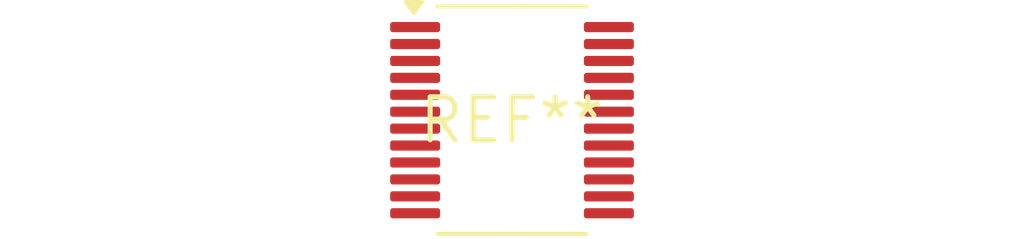
<source format=kicad_pcb>
(kicad_pcb (version 20240108) (generator pcbnew)
  (layers (0 "F.Cu" signal) (31 "B.Cu" signal) (34 "B.Paste" user) (35 "F.Paste" user) (36 "B.SilkS" user "B.Silkscreen") (37 "F.SilkS" user "F.Silkscreen") (38 "B.Mask" user) (39 "F.Mask" user) (44 "Edge.Cuts" user))
  (net 0 "")
  (footprint "TSSOP-24_4.4x6.5mm_P0.5mm" (layer "F.Cu") (at 0 0)
    (property "Reference" "REF**")
    (property "Value" "TSSOP-24_4.4x6.5mm_P0.5mm")
    (fp_line (start 0 -3.36) (end -2.2 -3.36) (layer "F.SilkS") (stroke (width 0.12)))
    (fp_line (start 0 -3.36) (end 2.2 -3.36) (layer "F.SilkS") (stroke (width 0.12)))
    (fp_line (start 0 3.36) (end -2.2 3.36) (layer "F.SilkS") (stroke (width 0.12)))
    (fp_line (start 0 3.36) (end 2.2 3.36) (layer "F.SilkS") (stroke (width 0.12)))
    (fp_poly (pts (xy -2.9 -3.16) (xy -3.14 -3.49) (xy -2.66 -3.49) (xy -2.9 -3.16)) (layer "F.SilkS") (stroke (width 0.12)) (fill solid))
    (pad "1" smd roundrect (at -2.8625 -2.75) (size 1.475 0.3) (layers "F.Cu" "F.Paste" "F.Mask"))
    (pad "2" smd roundrect (at -2.8625 -2.25) (size 1.475 0.3) (layers "F.Cu" "F.Paste" "F.Mask"))
    (pad "3" smd roundrect (at -2.8625 -1.75) (size 1.475 0.3) (layers "F.Cu" "F.Paste" "F.Mask"))
    (pad "4" smd roundrect (at -2.8625 -1.25) (size 1.475 0.3) (layers "F.Cu" "F.Paste" "F.Mask"))
    (pad "5" smd roundrect (at -2.8625 -0.75) (size 1.475 0.3) (layers "F.Cu" "F.Paste" "F.Mask"))
    (pad "6" smd roundrect (at -2.8625 -0.25) (size 1.475 0.3) (layers "F.Cu" "F.Paste" "F.Mask"))
    (pad "7" smd roundrect (at -2.8625 0.25) (size 1.475 0.3) (layers "F.Cu" "F.Paste" "F.Mask"))
    (pad "8" smd roundrect (at -2.8625 0.75) (size 1.475 0.3) (layers "F.Cu" "F.Paste" "F.Mask"))
    (pad "9" smd roundrect (at -2.8625 1.25) (size 1.475 0.3) (layers "F.Cu" "F.Paste" "F.Mask"))
    (pad "10" smd roundrect (at -2.8625 1.75) (size 1.475 0.3) (layers "F.Cu" "F.Paste" "F.Mask"))
    (pad "11" smd roundrect (at -2.8625 2.25) (size 1.475 0.3) (layers "F.Cu" "F.Paste" "F.Mask"))
    (pad "12" smd roundrect (at -2.8625 2.75) (size 1.475 0.3) (layers "F.Cu" "F.Paste" "F.Mask"))
    (pad "13" smd roundrect (at 2.8625 2.75) (size 1.475 0.3) (layers "F.Cu" "F.Paste" "F.Mask"))
    (pad "14" smd roundrect (at 2.8625 2.25) (size 1.475 0.3) (layers "F.Cu" "F.Paste" "F.Mask"))
    (pad "15" smd roundrect (at 2.8625 1.75) (size 1.475 0.3) (layers "F.Cu" "F.Paste" "F.Mask"))
    (pad "16" smd roundrect (at 2.8625 1.25) (size 1.475 0.3) (layers "F.Cu" "F.Paste" "F.Mask"))
    (pad "17" smd roundrect (at 2.8625 0.75) (size 1.475 0.3) (layers "F.Cu" "F.Paste" "F.Mask"))
    (pad "18" smd roundrect (at 2.8625 0.25) (size 1.475 0.3) (layers "F.Cu" "F.Paste" "F.Mask"))
    (pad "19" smd roundrect (at 2.8625 -0.25) (size 1.475 0.3) (layers "F.Cu" "F.Paste" "F.Mask"))
    (pad "20" smd roundrect (at 2.8625 -0.75) (size 1.475 0.3) (layers "F.Cu" "F.Paste" "F.Mask"))
    (pad "21" smd roundrect (at 2.8625 -1.25) (size 1.475 0.3) (layers "F.Cu" "F.Paste" "F.Mask"))
    (pad "22" smd roundrect (at 2.8625 -1.75) (size 1.475 0.3) (layers "F.Cu" "F.Paste" "F.Mask"))
    (pad "23" smd roundrect (at 2.8625 -2.25) (size 1.475 0.3) (layers "F.Cu" "F.Paste" "F.Mask"))
    (pad "24" smd roundrect (at 2.8625 -2.75) (size 1.475 0.3) (layers "F.Cu" "F.Paste" "F.Mask"))
  )
)
</source>
